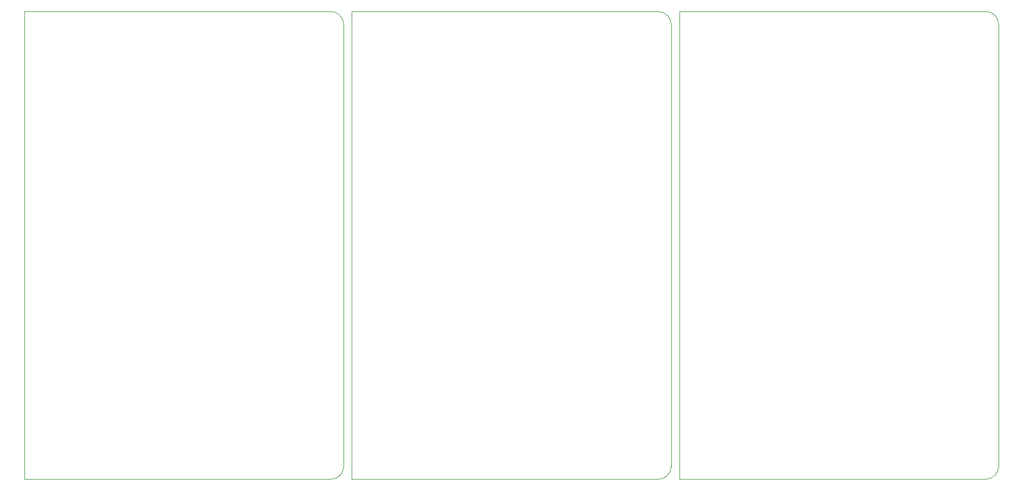
<source format=gm1>
G04 Layer_Color=16711935*
%FSLAX24Y24*%
%MOIN*%
G70*
G01*
G75*
%ADD211C,0.0005*%
D211*
X19611Y30492D02*
G03*
X18824Y31280I-787J0D01*
G01*
X18824Y2539D02*
G03*
X19611Y3327I0J787D01*
G01*
Y30492D01*
X0Y2539D02*
X18824D01*
X0D02*
Y31280D01*
X18824D01*
X39723Y30492D02*
G03*
X38935Y31280I-787J0D01*
G01*
X38935Y2539D02*
G03*
X39723Y3327I0J787D01*
G01*
Y30492D01*
X20111Y2539D02*
X38935D01*
X20111D02*
Y31280D01*
X38935D01*
X59834Y30492D02*
G03*
X59047Y31280I-787J0D01*
G01*
X59047Y2539D02*
G03*
X59834Y3327I0J787D01*
G01*
Y30492D01*
X40223Y2539D02*
X59047D01*
X40223D02*
Y31280D01*
X59047D01*
M02*

</source>
